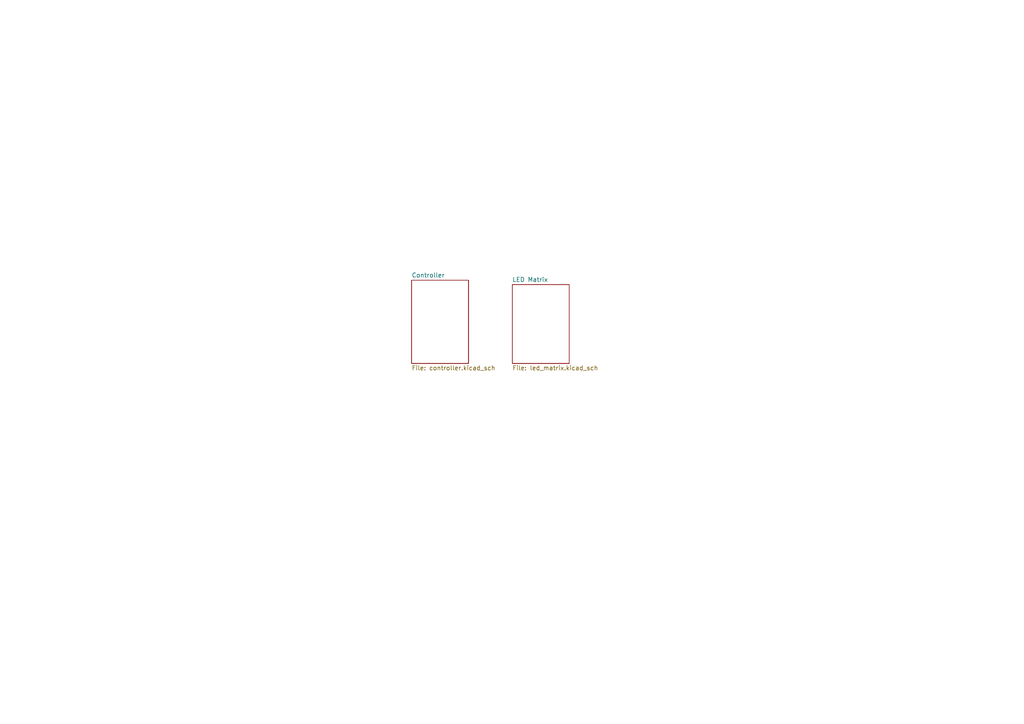
<source format=kicad_sch>
(kicad_sch (version 20211123) (generator eeschema)
  (paper "A4")
  (lib_symbols)
  (sheet (at 119.38 81.28) (size 16.51 24.13) (stroke (width 0.1524))
    (property "Sheet name" "Controller" (at 119.38 80.5684 0) (effects (justify left bottom)))
    (property "Sheet file" "controller.kicad_sch" (at 119.38 105.9946 0) (effects (justify left top)))
  )
  (sheet (at 148.59 82.55) (size 16.51 22.86) (stroke (width 0.1524))
    (property "Sheet name" "LED Matrix" (at 148.59 81.8384 0) (effects (justify left bottom)))
    (property "Sheet file" "led_matrix.kicad_sch" (at 148.59 105.9946 0) (effects (justify left top)))
  )
)
</source>
